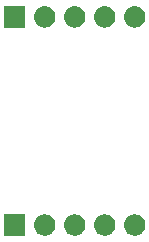
<source format=gbr>
G04 #@! TF.GenerationSoftware,KiCad,Pcbnew,5.0.1-33cea8e~67~ubuntu18.04.1*
G04 #@! TF.CreationDate,2018-12-04T13:55:11-08:00*
G04 #@! TF.ProjectId,snooping-board,736E6F6F70696E672D626F6172642E6B,rev?*
G04 #@! TF.SameCoordinates,Original*
G04 #@! TF.FileFunction,Soldermask,Bot*
G04 #@! TF.FilePolarity,Negative*
%FSLAX46Y46*%
G04 Gerber Fmt 4.6, Leading zero omitted, Abs format (unit mm)*
G04 Created by KiCad (PCBNEW 5.0.1-33cea8e~67~ubuntu18.04.1) date Tue 04 Dec 2018 01:55:11 PM PST*
%MOMM*%
%LPD*%
G01*
G04 APERTURE LIST*
%ADD10C,0.100000*%
G04 APERTURE END LIST*
D10*
G36*
X147430443Y-105705519D02*
X147496627Y-105712037D01*
X147609853Y-105746384D01*
X147666467Y-105763557D01*
X147805087Y-105837652D01*
X147822991Y-105847222D01*
X147858729Y-105876552D01*
X147960186Y-105959814D01*
X148043448Y-106061271D01*
X148072778Y-106097009D01*
X148072779Y-106097011D01*
X148156443Y-106253533D01*
X148156443Y-106253534D01*
X148207963Y-106423373D01*
X148225359Y-106600000D01*
X148207963Y-106776627D01*
X148173616Y-106889853D01*
X148156443Y-106946467D01*
X148082348Y-107085087D01*
X148072778Y-107102991D01*
X148043448Y-107138729D01*
X147960186Y-107240186D01*
X147858729Y-107323448D01*
X147822991Y-107352778D01*
X147822989Y-107352779D01*
X147666467Y-107436443D01*
X147609853Y-107453616D01*
X147496627Y-107487963D01*
X147430442Y-107494482D01*
X147364260Y-107501000D01*
X147275740Y-107501000D01*
X147209558Y-107494482D01*
X147143373Y-107487963D01*
X147030147Y-107453616D01*
X146973533Y-107436443D01*
X146817011Y-107352779D01*
X146817009Y-107352778D01*
X146781271Y-107323448D01*
X146679814Y-107240186D01*
X146596552Y-107138729D01*
X146567222Y-107102991D01*
X146557652Y-107085087D01*
X146483557Y-106946467D01*
X146466384Y-106889853D01*
X146432037Y-106776627D01*
X146414641Y-106600000D01*
X146432037Y-106423373D01*
X146483557Y-106253534D01*
X146483557Y-106253533D01*
X146567221Y-106097011D01*
X146567222Y-106097009D01*
X146596552Y-106061271D01*
X146679814Y-105959814D01*
X146781271Y-105876552D01*
X146817009Y-105847222D01*
X146834913Y-105837652D01*
X146973533Y-105763557D01*
X147030147Y-105746384D01*
X147143373Y-105712037D01*
X147209557Y-105705519D01*
X147275740Y-105699000D01*
X147364260Y-105699000D01*
X147430443Y-105705519D01*
X147430443Y-105705519D01*
G37*
G36*
X149970443Y-105705519D02*
X150036627Y-105712037D01*
X150149853Y-105746384D01*
X150206467Y-105763557D01*
X150345087Y-105837652D01*
X150362991Y-105847222D01*
X150398729Y-105876552D01*
X150500186Y-105959814D01*
X150583448Y-106061271D01*
X150612778Y-106097009D01*
X150612779Y-106097011D01*
X150696443Y-106253533D01*
X150696443Y-106253534D01*
X150747963Y-106423373D01*
X150765359Y-106600000D01*
X150747963Y-106776627D01*
X150713616Y-106889853D01*
X150696443Y-106946467D01*
X150622348Y-107085087D01*
X150612778Y-107102991D01*
X150583448Y-107138729D01*
X150500186Y-107240186D01*
X150398729Y-107323448D01*
X150362991Y-107352778D01*
X150362989Y-107352779D01*
X150206467Y-107436443D01*
X150149853Y-107453616D01*
X150036627Y-107487963D01*
X149970442Y-107494482D01*
X149904260Y-107501000D01*
X149815740Y-107501000D01*
X149749558Y-107494482D01*
X149683373Y-107487963D01*
X149570147Y-107453616D01*
X149513533Y-107436443D01*
X149357011Y-107352779D01*
X149357009Y-107352778D01*
X149321271Y-107323448D01*
X149219814Y-107240186D01*
X149136552Y-107138729D01*
X149107222Y-107102991D01*
X149097652Y-107085087D01*
X149023557Y-106946467D01*
X149006384Y-106889853D01*
X148972037Y-106776627D01*
X148954641Y-106600000D01*
X148972037Y-106423373D01*
X149023557Y-106253534D01*
X149023557Y-106253533D01*
X149107221Y-106097011D01*
X149107222Y-106097009D01*
X149136552Y-106061271D01*
X149219814Y-105959814D01*
X149321271Y-105876552D01*
X149357009Y-105847222D01*
X149374913Y-105837652D01*
X149513533Y-105763557D01*
X149570147Y-105746384D01*
X149683373Y-105712037D01*
X149749557Y-105705519D01*
X149815740Y-105699000D01*
X149904260Y-105699000D01*
X149970443Y-105705519D01*
X149970443Y-105705519D01*
G37*
G36*
X144890443Y-105705519D02*
X144956627Y-105712037D01*
X145069853Y-105746384D01*
X145126467Y-105763557D01*
X145265087Y-105837652D01*
X145282991Y-105847222D01*
X145318729Y-105876552D01*
X145420186Y-105959814D01*
X145503448Y-106061271D01*
X145532778Y-106097009D01*
X145532779Y-106097011D01*
X145616443Y-106253533D01*
X145616443Y-106253534D01*
X145667963Y-106423373D01*
X145685359Y-106600000D01*
X145667963Y-106776627D01*
X145633616Y-106889853D01*
X145616443Y-106946467D01*
X145542348Y-107085087D01*
X145532778Y-107102991D01*
X145503448Y-107138729D01*
X145420186Y-107240186D01*
X145318729Y-107323448D01*
X145282991Y-107352778D01*
X145282989Y-107352779D01*
X145126467Y-107436443D01*
X145069853Y-107453616D01*
X144956627Y-107487963D01*
X144890442Y-107494482D01*
X144824260Y-107501000D01*
X144735740Y-107501000D01*
X144669558Y-107494482D01*
X144603373Y-107487963D01*
X144490147Y-107453616D01*
X144433533Y-107436443D01*
X144277011Y-107352779D01*
X144277009Y-107352778D01*
X144241271Y-107323448D01*
X144139814Y-107240186D01*
X144056552Y-107138729D01*
X144027222Y-107102991D01*
X144017652Y-107085087D01*
X143943557Y-106946467D01*
X143926384Y-106889853D01*
X143892037Y-106776627D01*
X143874641Y-106600000D01*
X143892037Y-106423373D01*
X143943557Y-106253534D01*
X143943557Y-106253533D01*
X144027221Y-106097011D01*
X144027222Y-106097009D01*
X144056552Y-106061271D01*
X144139814Y-105959814D01*
X144241271Y-105876552D01*
X144277009Y-105847222D01*
X144294913Y-105837652D01*
X144433533Y-105763557D01*
X144490147Y-105746384D01*
X144603373Y-105712037D01*
X144669557Y-105705519D01*
X144735740Y-105699000D01*
X144824260Y-105699000D01*
X144890443Y-105705519D01*
X144890443Y-105705519D01*
G37*
G36*
X142350443Y-105705519D02*
X142416627Y-105712037D01*
X142529853Y-105746384D01*
X142586467Y-105763557D01*
X142725087Y-105837652D01*
X142742991Y-105847222D01*
X142778729Y-105876552D01*
X142880186Y-105959814D01*
X142963448Y-106061271D01*
X142992778Y-106097009D01*
X142992779Y-106097011D01*
X143076443Y-106253533D01*
X143076443Y-106253534D01*
X143127963Y-106423373D01*
X143145359Y-106600000D01*
X143127963Y-106776627D01*
X143093616Y-106889853D01*
X143076443Y-106946467D01*
X143002348Y-107085087D01*
X142992778Y-107102991D01*
X142963448Y-107138729D01*
X142880186Y-107240186D01*
X142778729Y-107323448D01*
X142742991Y-107352778D01*
X142742989Y-107352779D01*
X142586467Y-107436443D01*
X142529853Y-107453616D01*
X142416627Y-107487963D01*
X142350442Y-107494482D01*
X142284260Y-107501000D01*
X142195740Y-107501000D01*
X142129558Y-107494482D01*
X142063373Y-107487963D01*
X141950147Y-107453616D01*
X141893533Y-107436443D01*
X141737011Y-107352779D01*
X141737009Y-107352778D01*
X141701271Y-107323448D01*
X141599814Y-107240186D01*
X141516552Y-107138729D01*
X141487222Y-107102991D01*
X141477652Y-107085087D01*
X141403557Y-106946467D01*
X141386384Y-106889853D01*
X141352037Y-106776627D01*
X141334641Y-106600000D01*
X141352037Y-106423373D01*
X141403557Y-106253534D01*
X141403557Y-106253533D01*
X141487221Y-106097011D01*
X141487222Y-106097009D01*
X141516552Y-106061271D01*
X141599814Y-105959814D01*
X141701271Y-105876552D01*
X141737009Y-105847222D01*
X141754913Y-105837652D01*
X141893533Y-105763557D01*
X141950147Y-105746384D01*
X142063373Y-105712037D01*
X142129557Y-105705519D01*
X142195740Y-105699000D01*
X142284260Y-105699000D01*
X142350443Y-105705519D01*
X142350443Y-105705519D01*
G37*
G36*
X140601000Y-107501000D02*
X138799000Y-107501000D01*
X138799000Y-105699000D01*
X140601000Y-105699000D01*
X140601000Y-107501000D01*
X140601000Y-107501000D01*
G37*
G36*
X147430443Y-88085519D02*
X147496627Y-88092037D01*
X147609853Y-88126384D01*
X147666467Y-88143557D01*
X147805087Y-88217652D01*
X147822991Y-88227222D01*
X147858729Y-88256552D01*
X147960186Y-88339814D01*
X148043448Y-88441271D01*
X148072778Y-88477009D01*
X148072779Y-88477011D01*
X148156443Y-88633533D01*
X148156443Y-88633534D01*
X148207963Y-88803373D01*
X148225359Y-88980000D01*
X148207963Y-89156627D01*
X148173616Y-89269853D01*
X148156443Y-89326467D01*
X148082348Y-89465087D01*
X148072778Y-89482991D01*
X148043448Y-89518729D01*
X147960186Y-89620186D01*
X147858729Y-89703448D01*
X147822991Y-89732778D01*
X147822989Y-89732779D01*
X147666467Y-89816443D01*
X147609853Y-89833616D01*
X147496627Y-89867963D01*
X147430443Y-89874481D01*
X147364260Y-89881000D01*
X147275740Y-89881000D01*
X147209557Y-89874481D01*
X147143373Y-89867963D01*
X147030147Y-89833616D01*
X146973533Y-89816443D01*
X146817011Y-89732779D01*
X146817009Y-89732778D01*
X146781271Y-89703448D01*
X146679814Y-89620186D01*
X146596552Y-89518729D01*
X146567222Y-89482991D01*
X146557652Y-89465087D01*
X146483557Y-89326467D01*
X146466384Y-89269853D01*
X146432037Y-89156627D01*
X146414641Y-88980000D01*
X146432037Y-88803373D01*
X146483557Y-88633534D01*
X146483557Y-88633533D01*
X146567221Y-88477011D01*
X146567222Y-88477009D01*
X146596552Y-88441271D01*
X146679814Y-88339814D01*
X146781271Y-88256552D01*
X146817009Y-88227222D01*
X146834913Y-88217652D01*
X146973533Y-88143557D01*
X147030147Y-88126384D01*
X147143373Y-88092037D01*
X147209557Y-88085519D01*
X147275740Y-88079000D01*
X147364260Y-88079000D01*
X147430443Y-88085519D01*
X147430443Y-88085519D01*
G37*
G36*
X144890443Y-88085519D02*
X144956627Y-88092037D01*
X145069853Y-88126384D01*
X145126467Y-88143557D01*
X145265087Y-88217652D01*
X145282991Y-88227222D01*
X145318729Y-88256552D01*
X145420186Y-88339814D01*
X145503448Y-88441271D01*
X145532778Y-88477009D01*
X145532779Y-88477011D01*
X145616443Y-88633533D01*
X145616443Y-88633534D01*
X145667963Y-88803373D01*
X145685359Y-88980000D01*
X145667963Y-89156627D01*
X145633616Y-89269853D01*
X145616443Y-89326467D01*
X145542348Y-89465087D01*
X145532778Y-89482991D01*
X145503448Y-89518729D01*
X145420186Y-89620186D01*
X145318729Y-89703448D01*
X145282991Y-89732778D01*
X145282989Y-89732779D01*
X145126467Y-89816443D01*
X145069853Y-89833616D01*
X144956627Y-89867963D01*
X144890443Y-89874481D01*
X144824260Y-89881000D01*
X144735740Y-89881000D01*
X144669557Y-89874481D01*
X144603373Y-89867963D01*
X144490147Y-89833616D01*
X144433533Y-89816443D01*
X144277011Y-89732779D01*
X144277009Y-89732778D01*
X144241271Y-89703448D01*
X144139814Y-89620186D01*
X144056552Y-89518729D01*
X144027222Y-89482991D01*
X144017652Y-89465087D01*
X143943557Y-89326467D01*
X143926384Y-89269853D01*
X143892037Y-89156627D01*
X143874641Y-88980000D01*
X143892037Y-88803373D01*
X143943557Y-88633534D01*
X143943557Y-88633533D01*
X144027221Y-88477011D01*
X144027222Y-88477009D01*
X144056552Y-88441271D01*
X144139814Y-88339814D01*
X144241271Y-88256552D01*
X144277009Y-88227222D01*
X144294913Y-88217652D01*
X144433533Y-88143557D01*
X144490147Y-88126384D01*
X144603373Y-88092037D01*
X144669557Y-88085519D01*
X144735740Y-88079000D01*
X144824260Y-88079000D01*
X144890443Y-88085519D01*
X144890443Y-88085519D01*
G37*
G36*
X142350443Y-88085519D02*
X142416627Y-88092037D01*
X142529853Y-88126384D01*
X142586467Y-88143557D01*
X142725087Y-88217652D01*
X142742991Y-88227222D01*
X142778729Y-88256552D01*
X142880186Y-88339814D01*
X142963448Y-88441271D01*
X142992778Y-88477009D01*
X142992779Y-88477011D01*
X143076443Y-88633533D01*
X143076443Y-88633534D01*
X143127963Y-88803373D01*
X143145359Y-88980000D01*
X143127963Y-89156627D01*
X143093616Y-89269853D01*
X143076443Y-89326467D01*
X143002348Y-89465087D01*
X142992778Y-89482991D01*
X142963448Y-89518729D01*
X142880186Y-89620186D01*
X142778729Y-89703448D01*
X142742991Y-89732778D01*
X142742989Y-89732779D01*
X142586467Y-89816443D01*
X142529853Y-89833616D01*
X142416627Y-89867963D01*
X142350443Y-89874481D01*
X142284260Y-89881000D01*
X142195740Y-89881000D01*
X142129557Y-89874481D01*
X142063373Y-89867963D01*
X141950147Y-89833616D01*
X141893533Y-89816443D01*
X141737011Y-89732779D01*
X141737009Y-89732778D01*
X141701271Y-89703448D01*
X141599814Y-89620186D01*
X141516552Y-89518729D01*
X141487222Y-89482991D01*
X141477652Y-89465087D01*
X141403557Y-89326467D01*
X141386384Y-89269853D01*
X141352037Y-89156627D01*
X141334641Y-88980000D01*
X141352037Y-88803373D01*
X141403557Y-88633534D01*
X141403557Y-88633533D01*
X141487221Y-88477011D01*
X141487222Y-88477009D01*
X141516552Y-88441271D01*
X141599814Y-88339814D01*
X141701271Y-88256552D01*
X141737009Y-88227222D01*
X141754913Y-88217652D01*
X141893533Y-88143557D01*
X141950147Y-88126384D01*
X142063373Y-88092037D01*
X142129557Y-88085519D01*
X142195740Y-88079000D01*
X142284260Y-88079000D01*
X142350443Y-88085519D01*
X142350443Y-88085519D01*
G37*
G36*
X140601000Y-89881000D02*
X138799000Y-89881000D01*
X138799000Y-88079000D01*
X140601000Y-88079000D01*
X140601000Y-89881000D01*
X140601000Y-89881000D01*
G37*
G36*
X149970443Y-88085519D02*
X150036627Y-88092037D01*
X150149853Y-88126384D01*
X150206467Y-88143557D01*
X150345087Y-88217652D01*
X150362991Y-88227222D01*
X150398729Y-88256552D01*
X150500186Y-88339814D01*
X150583448Y-88441271D01*
X150612778Y-88477009D01*
X150612779Y-88477011D01*
X150696443Y-88633533D01*
X150696443Y-88633534D01*
X150747963Y-88803373D01*
X150765359Y-88980000D01*
X150747963Y-89156627D01*
X150713616Y-89269853D01*
X150696443Y-89326467D01*
X150622348Y-89465087D01*
X150612778Y-89482991D01*
X150583448Y-89518729D01*
X150500186Y-89620186D01*
X150398729Y-89703448D01*
X150362991Y-89732778D01*
X150362989Y-89732779D01*
X150206467Y-89816443D01*
X150149853Y-89833616D01*
X150036627Y-89867963D01*
X149970443Y-89874481D01*
X149904260Y-89881000D01*
X149815740Y-89881000D01*
X149749557Y-89874481D01*
X149683373Y-89867963D01*
X149570147Y-89833616D01*
X149513533Y-89816443D01*
X149357011Y-89732779D01*
X149357009Y-89732778D01*
X149321271Y-89703448D01*
X149219814Y-89620186D01*
X149136552Y-89518729D01*
X149107222Y-89482991D01*
X149097652Y-89465087D01*
X149023557Y-89326467D01*
X149006384Y-89269853D01*
X148972037Y-89156627D01*
X148954641Y-88980000D01*
X148972037Y-88803373D01*
X149023557Y-88633534D01*
X149023557Y-88633533D01*
X149107221Y-88477011D01*
X149107222Y-88477009D01*
X149136552Y-88441271D01*
X149219814Y-88339814D01*
X149321271Y-88256552D01*
X149357009Y-88227222D01*
X149374913Y-88217652D01*
X149513533Y-88143557D01*
X149570147Y-88126384D01*
X149683373Y-88092037D01*
X149749557Y-88085519D01*
X149815740Y-88079000D01*
X149904260Y-88079000D01*
X149970443Y-88085519D01*
X149970443Y-88085519D01*
G37*
M02*

</source>
